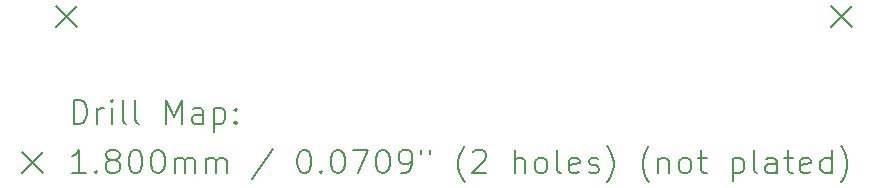
<source format=gbr>
%FSLAX45Y45*%
G04 Gerber Fmt 4.5, Leading zero omitted, Abs format (unit mm)*
G04 Created by KiCad (PCBNEW (6.0.0)) date 2022-04-26 21:12:22*
%MOMM*%
%LPD*%
G01*
G04 APERTURE LIST*
%ADD10C,0.200000*%
%ADD11C,0.180000*%
G04 APERTURE END LIST*
D10*
D11*
X10705000Y-10151000D02*
X10885000Y-10331000D01*
X10885000Y-10151000D02*
X10705000Y-10331000D01*
X17265000Y-10151000D02*
X17445000Y-10331000D01*
X17445000Y-10151000D02*
X17265000Y-10331000D01*
D10*
X10852119Y-11151976D02*
X10852119Y-10951976D01*
X10899738Y-10951976D01*
X10928310Y-10961500D01*
X10947357Y-10980548D01*
X10956881Y-10999595D01*
X10966405Y-11037690D01*
X10966405Y-11066262D01*
X10956881Y-11104357D01*
X10947357Y-11123405D01*
X10928310Y-11142452D01*
X10899738Y-11151976D01*
X10852119Y-11151976D01*
X11052119Y-11151976D02*
X11052119Y-11018643D01*
X11052119Y-11056738D02*
X11061643Y-11037690D01*
X11071167Y-11028167D01*
X11090214Y-11018643D01*
X11109262Y-11018643D01*
X11175929Y-11151976D02*
X11175929Y-11018643D01*
X11175929Y-10951976D02*
X11166405Y-10961500D01*
X11175929Y-10971024D01*
X11185452Y-10961500D01*
X11175929Y-10951976D01*
X11175929Y-10971024D01*
X11299738Y-11151976D02*
X11280690Y-11142452D01*
X11271167Y-11123405D01*
X11271167Y-10951976D01*
X11404500Y-11151976D02*
X11385452Y-11142452D01*
X11375928Y-11123405D01*
X11375928Y-10951976D01*
X11633071Y-11151976D02*
X11633071Y-10951976D01*
X11699738Y-11094833D01*
X11766405Y-10951976D01*
X11766405Y-11151976D01*
X11947357Y-11151976D02*
X11947357Y-11047214D01*
X11937833Y-11028167D01*
X11918786Y-11018643D01*
X11880690Y-11018643D01*
X11861643Y-11028167D01*
X11947357Y-11142452D02*
X11928309Y-11151976D01*
X11880690Y-11151976D01*
X11861643Y-11142452D01*
X11852119Y-11123405D01*
X11852119Y-11104357D01*
X11861643Y-11085310D01*
X11880690Y-11075786D01*
X11928309Y-11075786D01*
X11947357Y-11066262D01*
X12042595Y-11018643D02*
X12042595Y-11218643D01*
X12042595Y-11028167D02*
X12061643Y-11018643D01*
X12099738Y-11018643D01*
X12118786Y-11028167D01*
X12128309Y-11037690D01*
X12137833Y-11056738D01*
X12137833Y-11113881D01*
X12128309Y-11132929D01*
X12118786Y-11142452D01*
X12099738Y-11151976D01*
X12061643Y-11151976D01*
X12042595Y-11142452D01*
X12223548Y-11132929D02*
X12233071Y-11142452D01*
X12223548Y-11151976D01*
X12214024Y-11142452D01*
X12223548Y-11132929D01*
X12223548Y-11151976D01*
X12223548Y-11028167D02*
X12233071Y-11037690D01*
X12223548Y-11047214D01*
X12214024Y-11037690D01*
X12223548Y-11028167D01*
X12223548Y-11047214D01*
D11*
X10414500Y-11391500D02*
X10594500Y-11571500D01*
X10594500Y-11391500D02*
X10414500Y-11571500D01*
D10*
X10956881Y-11571976D02*
X10842595Y-11571976D01*
X10899738Y-11571976D02*
X10899738Y-11371976D01*
X10880690Y-11400548D01*
X10861643Y-11419595D01*
X10842595Y-11429119D01*
X11042595Y-11552928D02*
X11052119Y-11562452D01*
X11042595Y-11571976D01*
X11033071Y-11562452D01*
X11042595Y-11552928D01*
X11042595Y-11571976D01*
X11166405Y-11457690D02*
X11147357Y-11448167D01*
X11137833Y-11438643D01*
X11128310Y-11419595D01*
X11128310Y-11410071D01*
X11137833Y-11391024D01*
X11147357Y-11381500D01*
X11166405Y-11371976D01*
X11204500Y-11371976D01*
X11223548Y-11381500D01*
X11233071Y-11391024D01*
X11242595Y-11410071D01*
X11242595Y-11419595D01*
X11233071Y-11438643D01*
X11223548Y-11448167D01*
X11204500Y-11457690D01*
X11166405Y-11457690D01*
X11147357Y-11467214D01*
X11137833Y-11476738D01*
X11128310Y-11495786D01*
X11128310Y-11533881D01*
X11137833Y-11552928D01*
X11147357Y-11562452D01*
X11166405Y-11571976D01*
X11204500Y-11571976D01*
X11223548Y-11562452D01*
X11233071Y-11552928D01*
X11242595Y-11533881D01*
X11242595Y-11495786D01*
X11233071Y-11476738D01*
X11223548Y-11467214D01*
X11204500Y-11457690D01*
X11366405Y-11371976D02*
X11385452Y-11371976D01*
X11404500Y-11381500D01*
X11414024Y-11391024D01*
X11423548Y-11410071D01*
X11433071Y-11448167D01*
X11433071Y-11495786D01*
X11423548Y-11533881D01*
X11414024Y-11552928D01*
X11404500Y-11562452D01*
X11385452Y-11571976D01*
X11366405Y-11571976D01*
X11347357Y-11562452D01*
X11337833Y-11552928D01*
X11328309Y-11533881D01*
X11318786Y-11495786D01*
X11318786Y-11448167D01*
X11328309Y-11410071D01*
X11337833Y-11391024D01*
X11347357Y-11381500D01*
X11366405Y-11371976D01*
X11556881Y-11371976D02*
X11575928Y-11371976D01*
X11594976Y-11381500D01*
X11604500Y-11391024D01*
X11614024Y-11410071D01*
X11623548Y-11448167D01*
X11623548Y-11495786D01*
X11614024Y-11533881D01*
X11604500Y-11552928D01*
X11594976Y-11562452D01*
X11575928Y-11571976D01*
X11556881Y-11571976D01*
X11537833Y-11562452D01*
X11528309Y-11552928D01*
X11518786Y-11533881D01*
X11509262Y-11495786D01*
X11509262Y-11448167D01*
X11518786Y-11410071D01*
X11528309Y-11391024D01*
X11537833Y-11381500D01*
X11556881Y-11371976D01*
X11709262Y-11571976D02*
X11709262Y-11438643D01*
X11709262Y-11457690D02*
X11718786Y-11448167D01*
X11737833Y-11438643D01*
X11766405Y-11438643D01*
X11785452Y-11448167D01*
X11794976Y-11467214D01*
X11794976Y-11571976D01*
X11794976Y-11467214D02*
X11804500Y-11448167D01*
X11823548Y-11438643D01*
X11852119Y-11438643D01*
X11871167Y-11448167D01*
X11880690Y-11467214D01*
X11880690Y-11571976D01*
X11975928Y-11571976D02*
X11975928Y-11438643D01*
X11975928Y-11457690D02*
X11985452Y-11448167D01*
X12004500Y-11438643D01*
X12033071Y-11438643D01*
X12052119Y-11448167D01*
X12061643Y-11467214D01*
X12061643Y-11571976D01*
X12061643Y-11467214D02*
X12071167Y-11448167D01*
X12090214Y-11438643D01*
X12118786Y-11438643D01*
X12137833Y-11448167D01*
X12147357Y-11467214D01*
X12147357Y-11571976D01*
X12537833Y-11362452D02*
X12366405Y-11619595D01*
X12794976Y-11371976D02*
X12814024Y-11371976D01*
X12833071Y-11381500D01*
X12842595Y-11391024D01*
X12852119Y-11410071D01*
X12861643Y-11448167D01*
X12861643Y-11495786D01*
X12852119Y-11533881D01*
X12842595Y-11552928D01*
X12833071Y-11562452D01*
X12814024Y-11571976D01*
X12794976Y-11571976D01*
X12775928Y-11562452D01*
X12766405Y-11552928D01*
X12756881Y-11533881D01*
X12747357Y-11495786D01*
X12747357Y-11448167D01*
X12756881Y-11410071D01*
X12766405Y-11391024D01*
X12775928Y-11381500D01*
X12794976Y-11371976D01*
X12947357Y-11552928D02*
X12956881Y-11562452D01*
X12947357Y-11571976D01*
X12937833Y-11562452D01*
X12947357Y-11552928D01*
X12947357Y-11571976D01*
X13080690Y-11371976D02*
X13099738Y-11371976D01*
X13118786Y-11381500D01*
X13128309Y-11391024D01*
X13137833Y-11410071D01*
X13147357Y-11448167D01*
X13147357Y-11495786D01*
X13137833Y-11533881D01*
X13128309Y-11552928D01*
X13118786Y-11562452D01*
X13099738Y-11571976D01*
X13080690Y-11571976D01*
X13061643Y-11562452D01*
X13052119Y-11552928D01*
X13042595Y-11533881D01*
X13033071Y-11495786D01*
X13033071Y-11448167D01*
X13042595Y-11410071D01*
X13052119Y-11391024D01*
X13061643Y-11381500D01*
X13080690Y-11371976D01*
X13214024Y-11371976D02*
X13347357Y-11371976D01*
X13261643Y-11571976D01*
X13461643Y-11371976D02*
X13480690Y-11371976D01*
X13499738Y-11381500D01*
X13509262Y-11391024D01*
X13518786Y-11410071D01*
X13528309Y-11448167D01*
X13528309Y-11495786D01*
X13518786Y-11533881D01*
X13509262Y-11552928D01*
X13499738Y-11562452D01*
X13480690Y-11571976D01*
X13461643Y-11571976D01*
X13442595Y-11562452D01*
X13433071Y-11552928D01*
X13423548Y-11533881D01*
X13414024Y-11495786D01*
X13414024Y-11448167D01*
X13423548Y-11410071D01*
X13433071Y-11391024D01*
X13442595Y-11381500D01*
X13461643Y-11371976D01*
X13623548Y-11571976D02*
X13661643Y-11571976D01*
X13680690Y-11562452D01*
X13690214Y-11552928D01*
X13709262Y-11524357D01*
X13718786Y-11486262D01*
X13718786Y-11410071D01*
X13709262Y-11391024D01*
X13699738Y-11381500D01*
X13680690Y-11371976D01*
X13642595Y-11371976D01*
X13623548Y-11381500D01*
X13614024Y-11391024D01*
X13604500Y-11410071D01*
X13604500Y-11457690D01*
X13614024Y-11476738D01*
X13623548Y-11486262D01*
X13642595Y-11495786D01*
X13680690Y-11495786D01*
X13699738Y-11486262D01*
X13709262Y-11476738D01*
X13718786Y-11457690D01*
X13794976Y-11371976D02*
X13794976Y-11410071D01*
X13871167Y-11371976D02*
X13871167Y-11410071D01*
X14166405Y-11648167D02*
X14156881Y-11638643D01*
X14137833Y-11610071D01*
X14128309Y-11591024D01*
X14118786Y-11562452D01*
X14109262Y-11514833D01*
X14109262Y-11476738D01*
X14118786Y-11429119D01*
X14128309Y-11400548D01*
X14137833Y-11381500D01*
X14156881Y-11352928D01*
X14166405Y-11343405D01*
X14233071Y-11391024D02*
X14242595Y-11381500D01*
X14261643Y-11371976D01*
X14309262Y-11371976D01*
X14328309Y-11381500D01*
X14337833Y-11391024D01*
X14347357Y-11410071D01*
X14347357Y-11429119D01*
X14337833Y-11457690D01*
X14223548Y-11571976D01*
X14347357Y-11571976D01*
X14585452Y-11571976D02*
X14585452Y-11371976D01*
X14671167Y-11571976D02*
X14671167Y-11467214D01*
X14661643Y-11448167D01*
X14642595Y-11438643D01*
X14614024Y-11438643D01*
X14594976Y-11448167D01*
X14585452Y-11457690D01*
X14794976Y-11571976D02*
X14775928Y-11562452D01*
X14766405Y-11552928D01*
X14756881Y-11533881D01*
X14756881Y-11476738D01*
X14766405Y-11457690D01*
X14775928Y-11448167D01*
X14794976Y-11438643D01*
X14823548Y-11438643D01*
X14842595Y-11448167D01*
X14852119Y-11457690D01*
X14861643Y-11476738D01*
X14861643Y-11533881D01*
X14852119Y-11552928D01*
X14842595Y-11562452D01*
X14823548Y-11571976D01*
X14794976Y-11571976D01*
X14975928Y-11571976D02*
X14956881Y-11562452D01*
X14947357Y-11543405D01*
X14947357Y-11371976D01*
X15128309Y-11562452D02*
X15109262Y-11571976D01*
X15071167Y-11571976D01*
X15052119Y-11562452D01*
X15042595Y-11543405D01*
X15042595Y-11467214D01*
X15052119Y-11448167D01*
X15071167Y-11438643D01*
X15109262Y-11438643D01*
X15128309Y-11448167D01*
X15137833Y-11467214D01*
X15137833Y-11486262D01*
X15042595Y-11505309D01*
X15214024Y-11562452D02*
X15233071Y-11571976D01*
X15271167Y-11571976D01*
X15290214Y-11562452D01*
X15299738Y-11543405D01*
X15299738Y-11533881D01*
X15290214Y-11514833D01*
X15271167Y-11505309D01*
X15242595Y-11505309D01*
X15223548Y-11495786D01*
X15214024Y-11476738D01*
X15214024Y-11467214D01*
X15223548Y-11448167D01*
X15242595Y-11438643D01*
X15271167Y-11438643D01*
X15290214Y-11448167D01*
X15366405Y-11648167D02*
X15375928Y-11638643D01*
X15394976Y-11610071D01*
X15404500Y-11591024D01*
X15414024Y-11562452D01*
X15423548Y-11514833D01*
X15423548Y-11476738D01*
X15414024Y-11429119D01*
X15404500Y-11400548D01*
X15394976Y-11381500D01*
X15375928Y-11352928D01*
X15366405Y-11343405D01*
X15728309Y-11648167D02*
X15718786Y-11638643D01*
X15699738Y-11610071D01*
X15690214Y-11591024D01*
X15680690Y-11562452D01*
X15671167Y-11514833D01*
X15671167Y-11476738D01*
X15680690Y-11429119D01*
X15690214Y-11400548D01*
X15699738Y-11381500D01*
X15718786Y-11352928D01*
X15728309Y-11343405D01*
X15804500Y-11438643D02*
X15804500Y-11571976D01*
X15804500Y-11457690D02*
X15814024Y-11448167D01*
X15833071Y-11438643D01*
X15861643Y-11438643D01*
X15880690Y-11448167D01*
X15890214Y-11467214D01*
X15890214Y-11571976D01*
X16014024Y-11571976D02*
X15994976Y-11562452D01*
X15985452Y-11552928D01*
X15975928Y-11533881D01*
X15975928Y-11476738D01*
X15985452Y-11457690D01*
X15994976Y-11448167D01*
X16014024Y-11438643D01*
X16042595Y-11438643D01*
X16061643Y-11448167D01*
X16071167Y-11457690D01*
X16080690Y-11476738D01*
X16080690Y-11533881D01*
X16071167Y-11552928D01*
X16061643Y-11562452D01*
X16042595Y-11571976D01*
X16014024Y-11571976D01*
X16137833Y-11438643D02*
X16214024Y-11438643D01*
X16166405Y-11371976D02*
X16166405Y-11543405D01*
X16175928Y-11562452D01*
X16194976Y-11571976D01*
X16214024Y-11571976D01*
X16433071Y-11438643D02*
X16433071Y-11638643D01*
X16433071Y-11448167D02*
X16452119Y-11438643D01*
X16490214Y-11438643D01*
X16509262Y-11448167D01*
X16518786Y-11457690D01*
X16528309Y-11476738D01*
X16528309Y-11533881D01*
X16518786Y-11552928D01*
X16509262Y-11562452D01*
X16490214Y-11571976D01*
X16452119Y-11571976D01*
X16433071Y-11562452D01*
X16642595Y-11571976D02*
X16623548Y-11562452D01*
X16614024Y-11543405D01*
X16614024Y-11371976D01*
X16804500Y-11571976D02*
X16804500Y-11467214D01*
X16794976Y-11448167D01*
X16775928Y-11438643D01*
X16737833Y-11438643D01*
X16718786Y-11448167D01*
X16804500Y-11562452D02*
X16785452Y-11571976D01*
X16737833Y-11571976D01*
X16718786Y-11562452D01*
X16709262Y-11543405D01*
X16709262Y-11524357D01*
X16718786Y-11505309D01*
X16737833Y-11495786D01*
X16785452Y-11495786D01*
X16804500Y-11486262D01*
X16871167Y-11438643D02*
X16947357Y-11438643D01*
X16899738Y-11371976D02*
X16899738Y-11543405D01*
X16909262Y-11562452D01*
X16928310Y-11571976D01*
X16947357Y-11571976D01*
X17090214Y-11562452D02*
X17071167Y-11571976D01*
X17033071Y-11571976D01*
X17014024Y-11562452D01*
X17004500Y-11543405D01*
X17004500Y-11467214D01*
X17014024Y-11448167D01*
X17033071Y-11438643D01*
X17071167Y-11438643D01*
X17090214Y-11448167D01*
X17099738Y-11467214D01*
X17099738Y-11486262D01*
X17004500Y-11505309D01*
X17271167Y-11571976D02*
X17271167Y-11371976D01*
X17271167Y-11562452D02*
X17252119Y-11571976D01*
X17214024Y-11571976D01*
X17194976Y-11562452D01*
X17185452Y-11552928D01*
X17175929Y-11533881D01*
X17175929Y-11476738D01*
X17185452Y-11457690D01*
X17194976Y-11448167D01*
X17214024Y-11438643D01*
X17252119Y-11438643D01*
X17271167Y-11448167D01*
X17347357Y-11648167D02*
X17356881Y-11638643D01*
X17375929Y-11610071D01*
X17385452Y-11591024D01*
X17394976Y-11562452D01*
X17404500Y-11514833D01*
X17404500Y-11476738D01*
X17394976Y-11429119D01*
X17385452Y-11400548D01*
X17375929Y-11381500D01*
X17356881Y-11352928D01*
X17347357Y-11343405D01*
M02*

</source>
